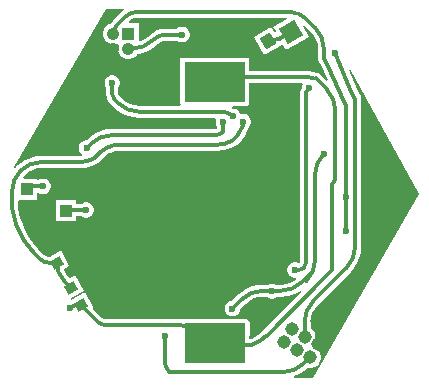
<source format=gbl>
G04*
G04 #@! TF.GenerationSoftware,Altium Limited,Altium Designer,21.9.1 (22)*
G04*
G04 Layer_Physical_Order=2*
G04 Layer_Color=16711680*
%FSLAX44Y44*%
%MOMM*%
G71*
G04*
G04 #@! TF.SameCoordinates,043B7ADD-777D-4B4F-A2BF-0A1D89707C51*
G04*
G04*
G04 #@! TF.FilePolarity,Positive*
G04*
G01*
G75*
G04:AMPARAMS|DCode=25|XSize=0.79mm|YSize=0.93mm|CornerRadius=0mm|HoleSize=0mm|Usage=FLASHONLY|Rotation=300.000|XOffset=0mm|YOffset=0mm|HoleType=Round|Shape=Rectangle|*
%AMROTATEDRECTD25*
4,1,4,-0.6002,0.1096,0.2052,0.5746,0.6002,-0.1096,-0.2052,-0.5746,-0.6002,0.1096,0.0*
%
%ADD25ROTATEDRECTD25*%

%ADD27R,1.0000X1.1000*%
%ADD52C,0.3000*%
%ADD53C,1.1430*%
%ADD54C,1.0600*%
%ADD55R,1.0600X1.0600*%
%ADD56C,1.5000*%
%ADD57P,2.1213X4X345.0*%
%ADD58C,0.6000*%
%ADD59C,10.0000*%
%ADD60R,5.1000X2.5000*%
G04:AMPARAMS|DCode=61|XSize=1.1mm|YSize=1mm|CornerRadius=0mm|HoleSize=0mm|Usage=FLASHONLY|Rotation=120.000|XOffset=0mm|YOffset=0mm|HoleType=Round|Shape=Rectangle|*
%AMROTATEDRECTD61*
4,1,4,0.7080,-0.2263,-0.1580,-0.7263,-0.7080,0.2263,0.1580,0.7263,0.7080,-0.2263,0.0*
%
%ADD61ROTATEDRECTD61*%

%ADD62R,5.1371X1.0070*%
%ADD63R,5.1630X0.9840*%
G36*
X682397Y796172D02*
X679168Y793522D01*
X679175Y793515D01*
X673251Y787591D01*
X673133Y787414D01*
X671278Y785153D01*
X671021Y784673D01*
X670263Y784470D01*
X668257Y783312D01*
X666618Y781673D01*
X665460Y779667D01*
X664860Y777429D01*
Y775111D01*
X665460Y772873D01*
X666618Y770867D01*
X668257Y769228D01*
X670263Y768070D01*
X672501Y767470D01*
X674818D01*
X676290Y767864D01*
X677560Y767470D01*
X677954Y766200D01*
X677560Y764728D01*
Y762411D01*
X678160Y760173D01*
X679318Y758167D01*
X680957Y756528D01*
X682963Y755370D01*
X685201Y754770D01*
X687518D01*
X689757Y755370D01*
X691763Y756528D01*
X693402Y758167D01*
X693785Y758830D01*
X694059Y758851D01*
X698712Y759968D01*
X703133Y761800D01*
X707213Y764300D01*
X710826Y767386D01*
X710854Y767405D01*
X710956Y767558D01*
X712958Y769093D01*
X715457Y770129D01*
X717959Y770458D01*
X718139Y770422D01*
X727596D01*
X727699Y770319D01*
X729181Y769463D01*
X730834Y769020D01*
X732546D01*
X734199Y769463D01*
X735681Y770319D01*
X736891Y771529D01*
X737747Y773011D01*
X738190Y774664D01*
Y776376D01*
X737747Y778029D01*
X736891Y779511D01*
X735681Y780721D01*
X734199Y781577D01*
X732546Y782020D01*
X730834D01*
X729181Y781577D01*
X727699Y780721D01*
X727596Y780618D01*
X718139D01*
Y780619D01*
X714140Y780225D01*
X710294Y779058D01*
X706750Y777164D01*
X703644Y774615D01*
X703644Y774615D01*
X702724Y773770D01*
X700607Y772032D01*
X697085Y770150D01*
X696180Y769875D01*
X695160Y770632D01*
Y785070D01*
X686809D01*
X686513Y785784D01*
X686408Y786340D01*
X686515Y786500D01*
X688876Y788312D01*
X691840Y789539D01*
X694790Y789928D01*
X695020Y789882D01*
X820589D01*
X820930Y788612D01*
X809032Y781743D01*
X811008Y778319D01*
X810307Y776994D01*
X810012Y776972D01*
X807071Y782065D01*
X792349Y773565D01*
X801349Y757977D01*
X816071Y766477D01*
Y766477D01*
X816185Y766813D01*
X817573Y766949D01*
X820032Y762690D01*
X839084Y773690D01*
X833771Y782894D01*
X834787Y783673D01*
X840853Y777607D01*
X841050Y777476D01*
X843436Y774569D01*
X845318Y771047D01*
X846477Y767225D01*
X846846Y763484D01*
X846800Y763251D01*
Y755090D01*
X846882Y754676D01*
X846869Y754254D01*
X847074Y753710D01*
X847188Y753139D01*
X847422Y752788D01*
X847572Y752393D01*
X849224Y749743D01*
X854933Y737357D01*
X853892Y736631D01*
X848406Y742116D01*
X848406Y742116D01*
X848406D01*
X847257Y742884D01*
X846752Y743222D01*
X846126Y743348D01*
X846126Y743348D01*
X843054Y744085D01*
X838647Y744432D01*
X838568Y744448D01*
X788210D01*
Y755350D01*
X730210D01*
Y728877D01*
X730051Y728080D01*
Y718240D01*
X730323Y716874D01*
X730541Y716548D01*
X729862Y715278D01*
X695531D01*
X695299Y715232D01*
X691557Y715600D01*
X687735Y716760D01*
X684213Y718642D01*
X681307Y721027D01*
X681175Y721224D01*
X678015Y724385D01*
X677970Y724415D01*
X677777Y724880D01*
X677788Y724932D01*
Y730476D01*
X677891Y730579D01*
X678747Y732061D01*
X679190Y733714D01*
Y735426D01*
X678747Y737079D01*
X677891Y738561D01*
X676681Y739771D01*
X675199Y740627D01*
X673546Y741070D01*
X671834D01*
X670181Y740627D01*
X668699Y739771D01*
X667489Y738561D01*
X666633Y737079D01*
X666190Y735426D01*
Y733714D01*
X666633Y732061D01*
X667489Y730579D01*
X667592Y730476D01*
Y724932D01*
X667604Y724871D01*
X667970Y722094D01*
X669065Y719449D01*
X670770Y717227D01*
X670805Y717175D01*
X673966Y714015D01*
X673994Y713996D01*
X677607Y710910D01*
X681687Y708410D01*
X686108Y706579D01*
X690761Y705461D01*
X695498Y705089D01*
X695531Y705082D01*
X759750D01*
X760552Y703812D01*
X760269Y702756D01*
Y701044D01*
X760712Y699391D01*
X761568Y697909D01*
X761671Y697806D01*
Y695937D01*
X761598Y695888D01*
X759991Y695569D01*
X759842Y695598D01*
X672451D01*
X672418Y695592D01*
X667681Y695219D01*
X663028Y694102D01*
X658607Y692271D01*
X654527Y689770D01*
X650914Y686684D01*
X650886Y686666D01*
X650220Y686000D01*
X650074D01*
X648421Y685557D01*
X646939Y684701D01*
X645729Y683491D01*
X644873Y682009D01*
X644430Y680356D01*
Y678644D01*
X644873Y676991D01*
X645729Y675509D01*
X646939Y674299D01*
X647160Y674171D01*
X646878Y672867D01*
X645401Y672722D01*
X645169Y672768D01*
X612911D01*
X612878Y672761D01*
X608141Y672389D01*
X603488Y671272D01*
X599067Y669440D01*
X594987Y666940D01*
X591374Y663854D01*
X591346Y663835D01*
X591343Y663832D01*
X591340Y663829D01*
X591306Y663779D01*
X590304Y662606D01*
X589263Y663343D01*
X667011Y797442D01*
X682254D01*
X682397Y796172D01*
D02*
G37*
G36*
X833733Y733152D02*
X833523Y732789D01*
X833080Y731136D01*
Y730560D01*
X832020Y728973D01*
X831632Y727023D01*
Y582826D01*
X830911Y582260D01*
X830210Y582180D01*
X829939Y582337D01*
X828286Y582780D01*
X826574D01*
X824921Y582337D01*
X823439Y581481D01*
X822229Y580271D01*
X821373Y578789D01*
X820930Y577136D01*
Y575424D01*
X821373Y573771D01*
X822229Y572289D01*
X823439Y571079D01*
X824921Y570223D01*
X826574Y569780D01*
X828103D01*
X828397Y569362D01*
X828611Y568554D01*
X826867Y567122D01*
X823345Y565240D01*
X819523Y564080D01*
X815781Y563712D01*
X815549Y563758D01*
X811003D01*
X810141Y564256D01*
X808488Y564699D01*
X806776D01*
X805123Y564256D01*
X804261Y563758D01*
X800021D01*
X799988Y563751D01*
X795251Y563379D01*
X790598Y562262D01*
X786177Y560430D01*
X782097Y557930D01*
X778484Y554844D01*
X778456Y554825D01*
X773730Y550100D01*
X773584D01*
X771931Y549657D01*
X770449Y548801D01*
X769239Y547591D01*
X768383Y546109D01*
X767940Y544456D01*
Y542744D01*
X768383Y541091D01*
X769239Y539609D01*
X770449Y538399D01*
X771931Y537543D01*
X773584Y537100D01*
X775296D01*
X776949Y537543D01*
X778431Y538399D01*
X779641Y539609D01*
X780497Y541091D01*
X780940Y542744D01*
Y542890D01*
X785665Y547616D01*
X785797Y547812D01*
X788704Y550198D01*
X792225Y552080D01*
X796047Y553240D01*
X799789Y553608D01*
X800021Y553562D01*
X803076D01*
X803641Y552998D01*
X805123Y552142D01*
X806776Y551699D01*
X808488D01*
X810141Y552142D01*
X811623Y552998D01*
X812188Y553562D01*
X815549D01*
X815582Y553569D01*
X820319Y553941D01*
X824972Y555059D01*
X829393Y556890D01*
X832030Y558506D01*
X832822Y557501D01*
X799642Y524322D01*
X799510Y524124D01*
X796065Y521182D01*
X792003Y518693D01*
X790749Y518173D01*
X789659Y517739D01*
X788534Y518091D01*
X788210Y518237D01*
Y519500D01*
X788587Y520064D01*
X788859Y521430D01*
Y531500D01*
X788587Y532866D01*
X787813Y534023D01*
X786656Y534797D01*
X785290Y535069D01*
X733920D01*
X732554Y534797D01*
X732322Y534642D01*
X729282Y534881D01*
X729249Y534888D01*
X666590D01*
X666492Y534869D01*
X665236Y535118D01*
X664171Y535830D01*
X664115Y535913D01*
X656514Y543514D01*
X656653Y544572D01*
X656653Y544572D01*
X649203Y557476D01*
X637981Y550996D01*
X637704Y551102D01*
X637591Y552503D01*
X648453Y558774D01*
X641003Y571678D01*
X636787Y569244D01*
X635721Y570310D01*
X634892Y571236D01*
X633552Y572869D01*
X631969Y575831D01*
X631550Y577210D01*
X636403Y580012D01*
X628953Y592915D01*
X619550Y587486D01*
X619057D01*
X618849Y587445D01*
X616832Y587846D01*
X615122Y588989D01*
X615005Y589165D01*
X610032Y594138D01*
X609811Y594286D01*
X605502Y599107D01*
X601624Y604572D01*
X598383Y610437D01*
X595818Y616628D01*
X593964Y623067D01*
X592841Y629673D01*
X592567Y634557D01*
X593439Y635480D01*
X608840D01*
Y641801D01*
X610110Y641878D01*
X610159Y641829D01*
X611641Y640973D01*
X613294Y640530D01*
X615006D01*
X616659Y640973D01*
X618141Y641829D01*
X619351Y643039D01*
X620207Y644521D01*
X620650Y646174D01*
Y647886D01*
X620207Y649539D01*
X619351Y651021D01*
X618141Y652231D01*
X616659Y653087D01*
X615006Y653530D01*
X613294D01*
X611641Y653087D01*
X610159Y652231D01*
X610110Y652182D01*
X608840Y652259D01*
Y653480D01*
X597533D01*
X596932Y654750D01*
X598367Y656498D01*
X598549Y656620D01*
X598552Y656623D01*
X598555Y656626D01*
X598687Y656823D01*
X601593Y659208D01*
X605115Y661090D01*
X608937Y662250D01*
X612679Y662618D01*
X612911Y662572D01*
X645169D01*
X645202Y662579D01*
X649939Y662951D01*
X654592Y664069D01*
X657736Y665371D01*
X658417Y665653D01*
X658556Y665680D01*
X658895Y665851D01*
X658874Y665892D01*
X660210Y666786D01*
X660210D01*
X660210Y666786D01*
X664641Y671216D01*
X664772Y671413D01*
X667679Y673798D01*
X669865Y674967D01*
X671200Y675680D01*
X675022Y676840D01*
X678764Y677208D01*
X678996Y677162D01*
X761434D01*
X761467Y677169D01*
X766205Y677541D01*
X770857Y678659D01*
X775278Y680490D01*
X775793Y680805D01*
X776143Y681019D01*
X776226Y681035D01*
X776807Y681423D01*
X777880Y682140D01*
X777880D01*
X777880Y682140D01*
X782204Y686464D01*
X782204Y686465D01*
X782209Y686460D01*
X784925Y689769D01*
X786943Y693544D01*
X787630Y695808D01*
X787725Y695950D01*
X787824Y696448D01*
X788078Y697286D01*
X788701Y697909D01*
X789557Y699391D01*
X790000Y701044D01*
Y702756D01*
X789557Y704409D01*
X788701Y705891D01*
X787491Y707101D01*
X786009Y707957D01*
X784356Y708400D01*
X782644D01*
X781199Y708013D01*
X780967Y708879D01*
X780111Y710361D01*
X778901Y711571D01*
X777419Y712427D01*
X775766Y712870D01*
X774617D01*
X774018Y713401D01*
X774500Y714671D01*
X785250D01*
X786616Y714943D01*
X787773Y715717D01*
X788547Y716874D01*
X788819Y718240D01*
Y728080D01*
X788547Y729446D01*
X788210Y729950D01*
Y734252D01*
X833098D01*
X833733Y733152D01*
D02*
G37*
G36*
X932057Y640232D02*
X842414Y484966D01*
X826808D01*
X826555Y486236D01*
X830667Y487938D01*
X834834Y490492D01*
X838198Y493365D01*
X838865Y493186D01*
X841292D01*
X843635Y493814D01*
X845737Y495028D01*
X847452Y496743D01*
X848665Y498845D01*
X849294Y501188D01*
Y503615D01*
X848665Y505958D01*
X847452Y508060D01*
X845737Y509775D01*
X843635Y510989D01*
X841916Y511449D01*
X841545Y512833D01*
X842804Y514092D01*
X844017Y516193D01*
X844645Y518537D01*
Y520963D01*
X844017Y523307D01*
X842804Y525408D01*
X841088Y527124D01*
X840528Y527447D01*
Y531879D01*
X840482Y532111D01*
X840850Y535853D01*
X842010Y539675D01*
X843892Y543196D01*
X846277Y546103D01*
X846474Y546235D01*
X874427Y574188D01*
X874446Y574216D01*
X877532Y577829D01*
X880032Y581909D01*
X881863Y586330D01*
X882980Y590983D01*
X883353Y595720D01*
X883360Y595753D01*
Y720997D01*
X883325Y721175D01*
X883347Y721355D01*
X883132Y722145D01*
X882972Y722948D01*
X882871Y723099D01*
X882823Y723274D01*
X880614Y727700D01*
X872879Y745620D01*
X874020Y746177D01*
X932057Y640232D01*
D02*
G37*
%LPC*%
G36*
X642150Y635380D02*
X625150D01*
Y617380D01*
X642150D01*
Y622034D01*
X646518D01*
X646622Y621931D01*
X648104Y621075D01*
X649757Y620632D01*
X651469D01*
X653122Y621075D01*
X654604Y621931D01*
X655814Y623141D01*
X656670Y624623D01*
X657113Y626276D01*
Y627988D01*
X656670Y629641D01*
X655814Y631123D01*
X654604Y632333D01*
X653122Y633189D01*
X651469Y633632D01*
X649757D01*
X648104Y633189D01*
X646622Y632333D01*
X646518Y632230D01*
X642150D01*
Y635380D01*
D02*
G37*
%LPD*%
D25*
X617420Y596591D02*
D03*
X625620Y582389D02*
D03*
X637670Y561151D02*
D03*
X645870Y546949D02*
D03*
D27*
X600340Y644480D02*
D03*
Y627480D02*
D03*
X633650Y626380D02*
D03*
Y643380D02*
D03*
D52*
X689289Y763570D02*
G03*
X707250Y771010I0J25400D01*
G01*
X718139Y775520D02*
G03*
X707250Y771010I0J-15400D01*
G01*
X672690Y724932D02*
G03*
X674410Y720780I5872J0D01*
G01*
X677570Y717619D02*
G03*
X695531Y710180I17960J17960D01*
G01*
X774908Y706372D02*
G03*
X765712Y710180I-9196J-9200D01*
G01*
X774910Y706370D02*
G03*
X774908Y706372I-9198J-9198D01*
G01*
X766649Y693320D02*
G03*
X766769Y693609I-289J289D01*
G01*
X759842Y690500D02*
G03*
X766649Y693320I0J9627D01*
G01*
X672451Y690500D02*
G03*
X654491Y683061I0J-25400D01*
G01*
X645169Y667670D02*
G03*
X656606Y670390I0J25400D01*
G01*
X667560Y679540D02*
G03*
X661036Y674820I11437J-22680D01*
G01*
X678996Y682260D02*
G03*
X667560Y679540I0J-25400D01*
G01*
X761434Y682260D02*
G03*
X774275Y685745I0J25400D01*
G01*
X783015Y697901D02*
G03*
X783500Y701900I-16246J3999D01*
G01*
X778600Y690069D02*
G03*
X783015Y697901I-11831J11831D01*
G01*
X816527Y489640D02*
G03*
X834947Y497270I0J26049D01*
G01*
X717054Y499380D02*
G03*
X721088Y489640I13775J-0D01*
G01*
X644299Y546949D02*
G03*
X637180Y544000I0J-10067D01*
G01*
X870823Y577792D02*
G03*
X878262Y595753I-17960J17960D01*
G01*
X860929Y652091D02*
G03*
X861505Y655327I-8800J3236D01*
G01*
X858759Y648697D02*
G03*
X860929Y652091I-6630J6630D01*
G01*
X851898Y763251D02*
G03*
X844458Y781212I-25400J0D01*
G01*
X836810Y788860D02*
G03*
X822035Y794980I-14775J-14775D01*
G01*
X861505Y711287D02*
G03*
X854065Y729247I-25400J0D01*
G01*
X766649Y644309D02*
G03*
X759210Y626349I17960J-17960D01*
G01*
X814881Y670000D02*
G03*
X796921Y662561I0J-25400D01*
G01*
X747209Y522351D02*
G03*
X729249Y529790I-17960J-17960D01*
G01*
X660510Y532308D02*
G03*
X666590Y529790I6080J6080D01*
G01*
X842869Y549840D02*
G03*
X835430Y531879I17960J-17960D01*
G01*
X844801Y738512D02*
G03*
X838568Y739350I-6233J-22754D01*
G01*
X830675Y576280D02*
G03*
X834900Y578030I0J5975D01*
G01*
X804563Y770021D02*
G03*
X822524Y777461I0J25400D01*
G01*
X851690Y674630D02*
G03*
X844355Y656922I17708J-17708D01*
G01*
X695020Y794980D02*
G03*
X682780Y789910I0J-17310D01*
G01*
X790710Y512627D02*
G03*
X803247Y520717I-12491J33117D01*
G01*
X789665Y512438D02*
G03*
X790710Y512627I-3J3000D01*
G01*
X832949Y755298D02*
G03*
X836550Y756790I0J5092D01*
G01*
X676856Y783986D02*
G03*
X673660Y776270I7716J-7716D01*
G01*
X594945Y660225D02*
G03*
X587760Y643008I17365J-17354D01*
G01*
X587746Y642736D02*
G03*
X606427Y590533I64473J-6372D01*
G01*
X587746Y642736D02*
G03*
X587760Y643008I-2986J289D01*
G01*
X625620Y582389D02*
G03*
X632116Y566705I22180J0D01*
G01*
X611400Y585560D02*
G03*
X619057Y582389I7656J7656D01*
G01*
X807930Y685590D02*
G03*
X809450Y689260I-3670J3670D01*
G01*
X800021Y558660D02*
G03*
X782060Y551221I0J-25400D01*
G01*
X815549Y558660D02*
G03*
X833510Y566100I0J25400D01*
G01*
X836916Y566825D02*
G03*
X844355Y584786I-17960J17960D01*
G01*
X834900Y578030D02*
G03*
X836730Y582448I-4418J4418D01*
G01*
X612911Y667670D02*
G03*
X594950Y660230I0J-25400D01*
G01*
D02*
G03*
X594945Y660225I17359J-17359D01*
G01*
X718139Y775520D02*
X731690D01*
X686360Y763570D02*
X689289D01*
X674410Y720780D02*
X677570Y717619D01*
X695531Y710180D02*
X765712D01*
X766769Y693609D02*
Y701900D01*
X672451Y690500D02*
X759842D01*
X650930Y679500D02*
X654491Y683061D01*
X656606Y670390D02*
X661036Y674820D01*
X656606Y670390D02*
X656606Y670390D01*
X678996Y682260D02*
X761434D01*
X774275Y685745D02*
X778600Y690069D01*
X774275Y685745D02*
X774275Y685745D01*
X721088Y489640D02*
X816527D01*
X633650Y626380D02*
X634402Y627132D01*
X650613D01*
X633650Y625880D02*
Y626380D01*
X870846Y608974D02*
X870890Y608930D01*
X870802Y638319D02*
X870846Y638275D01*
Y608974D02*
Y638275D01*
X878262Y595753D02*
Y720997D01*
X875990Y725549D02*
X878262Y720997D01*
X870802Y638319D02*
Y715110D01*
X853719Y752168D02*
X870802Y715110D01*
X858759Y576229D02*
Y648697D01*
X836810Y788860D02*
X844458Y781212D01*
X851898Y755090D02*
Y763251D01*
Y755090D02*
X853719Y752168D01*
X695020Y794980D02*
X822035D01*
X861210Y759790D02*
X875990Y725549D01*
X861505Y655327D02*
Y711287D01*
X852023Y569493D02*
X858759Y576229D01*
X814881Y670000D02*
X820000D01*
X759210Y624850D02*
Y626349D01*
X766649Y644309D02*
X807930Y685590D01*
X759210Y624850D02*
X796921Y662561D01*
X644299Y546949D02*
X645870D01*
X660510Y532308D01*
X747209Y522351D02*
X759210Y510350D01*
X666590Y529790D02*
X729249D01*
X835430Y519750D02*
Y531879D01*
X842869Y549840D02*
X870823Y577792D01*
X834947Y497270D02*
X840079Y502402D01*
X717054Y499380D02*
Y520137D01*
X800021Y558660D02*
X815549D01*
X844801Y738512D02*
X854065Y729247D01*
X844801Y738512D02*
X844801Y738512D01*
X827430Y576280D02*
X830675D01*
X822524Y777461D02*
X823850Y778787D01*
X836730Y582448D02*
Y727023D01*
X839580Y729873D01*
X844355Y584786D02*
Y656922D01*
X783210Y512438D02*
X789665D01*
X759210Y510350D02*
X783210Y512438D01*
X825801Y776902D02*
X826289Y776674D01*
X824058Y777717D02*
X825801Y776902D01*
X812710Y755298D02*
X832949D01*
X804210Y770021D02*
X804563D01*
X676856Y783986D02*
X682780Y789910D01*
X606427Y590533D02*
X606427Y590533D01*
X611400Y585560D01*
X619057Y582389D02*
X625620D01*
X632116Y566705D02*
X637670Y561151D01*
X672690Y724932D02*
Y734570D01*
X803247Y520717D02*
X852023Y569493D01*
X759210Y739350D02*
X838568D01*
X809450Y689260D02*
Y703590D01*
X774440Y543600D02*
X782060Y551221D01*
X833510Y566100D02*
X841110Y573700D01*
X839580Y729873D02*
Y730280D01*
X612911Y667670D02*
X645169D01*
X617420Y596591D02*
X617770Y596941D01*
X600340Y644480D02*
X602890Y647030D01*
X614150D01*
D53*
X818082Y515102D02*
D03*
X824432Y526100D02*
D03*
X829080Y508751D02*
D03*
X835430Y519750D02*
D03*
X840079Y502402D02*
D03*
X846429Y513400D02*
D03*
D54*
X673660Y763570D02*
D03*
Y776270D02*
D03*
X686360Y763570D02*
D03*
D55*
Y776270D02*
D03*
D56*
X836758Y755720D02*
D03*
D57*
X824058Y777717D02*
D03*
D58*
X920001Y650000D02*
D03*
X925001Y640000D02*
D03*
X920001Y630000D02*
D03*
X910001Y670000D02*
D03*
X915001Y660000D02*
D03*
X910001Y650000D02*
D03*
X915001Y640000D02*
D03*
X910001Y630000D02*
D03*
X915001Y620000D02*
D03*
X910001Y610000D02*
D03*
X905001Y660000D02*
D03*
X900001Y650000D02*
D03*
X905001Y640000D02*
D03*
X900001Y630000D02*
D03*
X905001Y620000D02*
D03*
X900001Y610000D02*
D03*
X895001Y660000D02*
D03*
X890001Y650000D02*
D03*
X895001Y640000D02*
D03*
X890001Y630000D02*
D03*
X895001Y620000D02*
D03*
X890001Y590000D02*
D03*
X860001Y550000D02*
D03*
X855000Y520000D02*
D03*
X825000Y760000D02*
D03*
X820000Y670000D02*
D03*
X825000Y660000D02*
D03*
X820000Y650000D02*
D03*
X810000Y730000D02*
D03*
Y690000D02*
D03*
X815000Y680000D02*
D03*
X800000Y730000D02*
D03*
Y690000D02*
D03*
X805000Y680000D02*
D03*
X795000Y700000D02*
D03*
X725000Y740000D02*
D03*
X720000Y730000D02*
D03*
X725000Y720000D02*
D03*
Y700000D02*
D03*
X710000Y750000D02*
D03*
X715000Y740000D02*
D03*
X710000Y730000D02*
D03*
X715000Y720000D02*
D03*
Y700000D02*
D03*
X710000Y590000D02*
D03*
X700000Y750000D02*
D03*
X705000Y740000D02*
D03*
X700000Y730000D02*
D03*
X705000Y720000D02*
D03*
Y700000D02*
D03*
X700000Y670000D02*
D03*
X705000Y660000D02*
D03*
X690000Y750000D02*
D03*
X695000Y740000D02*
D03*
Y720000D02*
D03*
Y700000D02*
D03*
X690000Y670000D02*
D03*
X695000Y660000D02*
D03*
X690000Y610000D02*
D03*
Y590000D02*
D03*
X695000Y580000D02*
D03*
X680000Y670000D02*
D03*
X685000Y660000D02*
D03*
X680000Y610000D02*
D03*
X685000Y600000D02*
D03*
X680000Y590000D02*
D03*
X685000Y580000D02*
D03*
X670000Y670000D02*
D03*
X675000Y660000D02*
D03*
X670000Y650000D02*
D03*
Y610000D02*
D03*
X675000Y600000D02*
D03*
X670000Y590000D02*
D03*
X675000Y580000D02*
D03*
X670000Y570000D02*
D03*
X675000Y560000D02*
D03*
Y540000D02*
D03*
X665000Y660000D02*
D03*
X660000Y610000D02*
D03*
X665000Y600000D02*
D03*
X660000Y590000D02*
D03*
X665000Y580000D02*
D03*
X650000Y610000D02*
D03*
X655000Y600000D02*
D03*
X645000D02*
D03*
X610000Y610000D02*
D03*
X731690Y775520D02*
D03*
X774910Y706370D02*
D03*
X766769Y701900D02*
D03*
X740550Y643890D02*
D03*
X650613Y627132D02*
D03*
X637162Y544069D02*
D03*
X870890Y608930D02*
D03*
X870802Y638319D02*
D03*
X861210Y759790D02*
D03*
X717054Y520137D02*
D03*
X807632Y558199D02*
D03*
X851690Y674630D02*
D03*
X672690Y734570D02*
D03*
X809450Y703590D02*
D03*
X827430Y576280D02*
D03*
X783500Y701900D02*
D03*
X839580Y730280D02*
D03*
X774440Y543600D02*
D03*
X650930Y679500D02*
D03*
X614150Y647030D02*
D03*
D59*
X759210Y624850D02*
D03*
D60*
Y510350D02*
D03*
Y739350D02*
D03*
D61*
X812710Y755298D02*
D03*
X804210Y770021D02*
D03*
D62*
X759605Y526465D02*
D03*
D63*
X759435Y723160D02*
D03*
M02*

</source>
